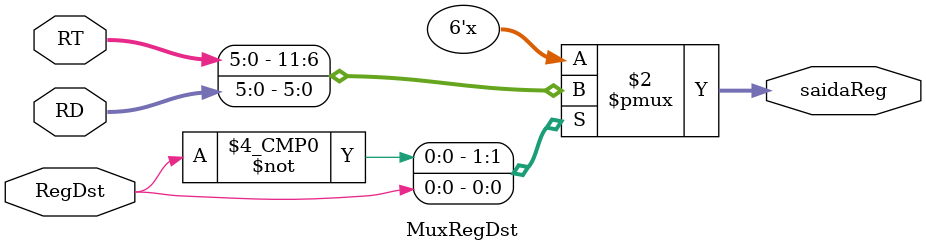
<source format=v>
module MuxRegDst(RT, RD, RegDst, saidaReg);
input [5:0] RD, RT;
input RegDst;
output reg[5:0] saidaReg;

always@(*)
begin
	case(RegDst)
	1'b0:
	saidaReg = RT;
	1'b1:
	saidaReg = RD;
	default: saidaReg = 6'd0;
	endcase
end

endmodule
</source>
